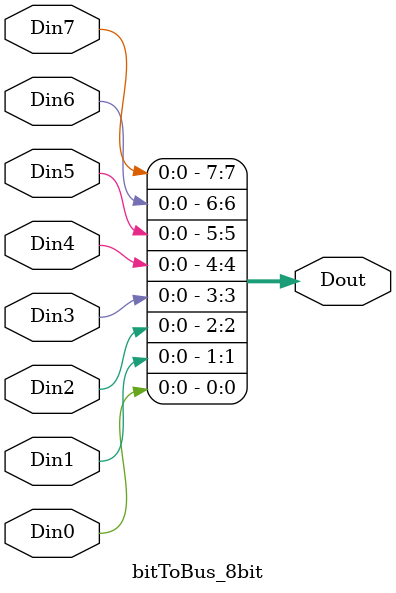
<source format=v>


module bitToBus_8bit(
	Din0,
	Din1,
	Din2,
	Din3,
	Din4,
	Din5,
	Din6,
	Din7,
	Dout
);


input wire	Din0;
input wire	Din1;
input wire	Din2;
input wire	Din3;
input wire	Din4;
input wire	Din5;
input wire	Din6;
input wire	Din7;
output wire	[7:0] Dout;





assign	Dout[7] = Din7;
assign	Dout[6] = Din6;
assign	Dout[5] = Din5;
assign	Dout[4] = Din4;
assign	Dout[3] = Din3;
assign	Dout[2] = Din2;
assign	Dout[1] = Din1;
assign	Dout[0] = Din0;

endmodule

</source>
